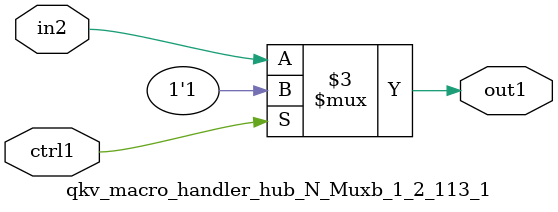
<source format=v>

`timescale 1ps / 1ps


module qkv_macro_handler_hub_N_Muxb_1_2_113_1( in2, ctrl1, out1 );

    input in2;
    input ctrl1;
    output out1;
    reg out1;

    
    // rtl_process:qkv_macro_handler_hub_N_Muxb_1_2_113_1/qkv_macro_handler_hub_N_Muxb_1_2_113_1_thread_1
    always @*
      begin : qkv_macro_handler_hub_N_Muxb_1_2_113_1_thread_1
        case (ctrl1) 
          1'b1: 
            begin
              out1 = 1'b1;
            end
          default: 
            begin
              out1 = in2;
            end
        endcase
      end

endmodule



</source>
